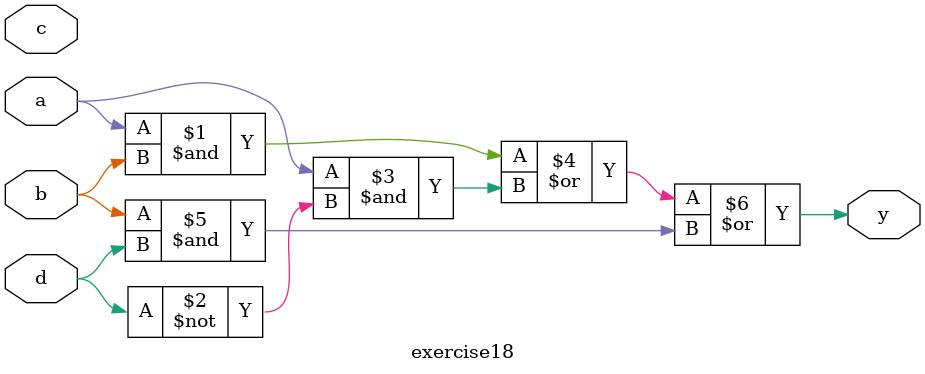
<source format=sv>
module exercise18
(input logic a,b,c,d,
output logic y);

assign y = ( a & b ) | ( a & ~ d ) | ( b & d ) ;

endmodule
</source>
